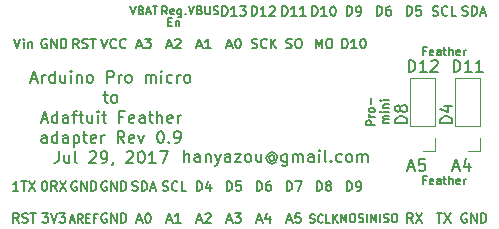
<source format=gbr>
G04 #@! TF.FileFunction,Legend,Top*
%FSLAX46Y46*%
G04 Gerber Fmt 4.6, Leading zero omitted, Abs format (unit mm)*
G04 Created by KiCad (PCBNEW 4.0.6) date 2017 July 29, Saturday 01:49:35*
%MOMM*%
%LPD*%
G01*
G04 APERTURE LIST*
%ADD10C,0.100000*%
%ADD11C,0.200000*%
%ADD12C,0.150000*%
%ADD13C,0.120000*%
G04 APERTURE END LIST*
D10*
D11*
X140574095Y-113228381D02*
X140574095Y-112228381D01*
X141002667Y-113228381D02*
X141002667Y-112704571D01*
X140955048Y-112609333D01*
X140859810Y-112561714D01*
X140716952Y-112561714D01*
X140621714Y-112609333D01*
X140574095Y-112656952D01*
X141907429Y-113228381D02*
X141907429Y-112704571D01*
X141859810Y-112609333D01*
X141764572Y-112561714D01*
X141574095Y-112561714D01*
X141478857Y-112609333D01*
X141907429Y-113180762D02*
X141812191Y-113228381D01*
X141574095Y-113228381D01*
X141478857Y-113180762D01*
X141431238Y-113085524D01*
X141431238Y-112990286D01*
X141478857Y-112895048D01*
X141574095Y-112847429D01*
X141812191Y-112847429D01*
X141907429Y-112799810D01*
X142383619Y-112561714D02*
X142383619Y-113228381D01*
X142383619Y-112656952D02*
X142431238Y-112609333D01*
X142526476Y-112561714D01*
X142669334Y-112561714D01*
X142764572Y-112609333D01*
X142812191Y-112704571D01*
X142812191Y-113228381D01*
X143193143Y-112561714D02*
X143431238Y-113228381D01*
X143669334Y-112561714D02*
X143431238Y-113228381D01*
X143336000Y-113466476D01*
X143288381Y-113514095D01*
X143193143Y-113561714D01*
X144478858Y-113228381D02*
X144478858Y-112704571D01*
X144431239Y-112609333D01*
X144336001Y-112561714D01*
X144145524Y-112561714D01*
X144050286Y-112609333D01*
X144478858Y-113180762D02*
X144383620Y-113228381D01*
X144145524Y-113228381D01*
X144050286Y-113180762D01*
X144002667Y-113085524D01*
X144002667Y-112990286D01*
X144050286Y-112895048D01*
X144145524Y-112847429D01*
X144383620Y-112847429D01*
X144478858Y-112799810D01*
X144859810Y-112561714D02*
X145383620Y-112561714D01*
X144859810Y-113228381D01*
X145383620Y-113228381D01*
X145907429Y-113228381D02*
X145812191Y-113180762D01*
X145764572Y-113133143D01*
X145716953Y-113037905D01*
X145716953Y-112752190D01*
X145764572Y-112656952D01*
X145812191Y-112609333D01*
X145907429Y-112561714D01*
X146050287Y-112561714D01*
X146145525Y-112609333D01*
X146193144Y-112656952D01*
X146240763Y-112752190D01*
X146240763Y-113037905D01*
X146193144Y-113133143D01*
X146145525Y-113180762D01*
X146050287Y-113228381D01*
X145907429Y-113228381D01*
X147097906Y-112561714D02*
X147097906Y-113228381D01*
X146669334Y-112561714D02*
X146669334Y-113085524D01*
X146716953Y-113180762D01*
X146812191Y-113228381D01*
X146955049Y-113228381D01*
X147050287Y-113180762D01*
X147097906Y-113133143D01*
X148193144Y-112752190D02*
X148145525Y-112704571D01*
X148050287Y-112656952D01*
X147955049Y-112656952D01*
X147859811Y-112704571D01*
X147812191Y-112752190D01*
X147764572Y-112847429D01*
X147764572Y-112942667D01*
X147812191Y-113037905D01*
X147859811Y-113085524D01*
X147955049Y-113133143D01*
X148050287Y-113133143D01*
X148145525Y-113085524D01*
X148193144Y-113037905D01*
X148193144Y-112656952D02*
X148193144Y-113037905D01*
X148240763Y-113085524D01*
X148288382Y-113085524D01*
X148383620Y-113037905D01*
X148431239Y-112942667D01*
X148431239Y-112704571D01*
X148336001Y-112561714D01*
X148193144Y-112466476D01*
X148002668Y-112418857D01*
X147812191Y-112466476D01*
X147669334Y-112561714D01*
X147574096Y-112704571D01*
X147526477Y-112895048D01*
X147574096Y-113085524D01*
X147669334Y-113228381D01*
X147812191Y-113323619D01*
X148002668Y-113371238D01*
X148193144Y-113323619D01*
X148336001Y-113228381D01*
X149288382Y-112561714D02*
X149288382Y-113371238D01*
X149240763Y-113466476D01*
X149193144Y-113514095D01*
X149097905Y-113561714D01*
X148955048Y-113561714D01*
X148859810Y-113514095D01*
X149288382Y-113180762D02*
X149193144Y-113228381D01*
X149002667Y-113228381D01*
X148907429Y-113180762D01*
X148859810Y-113133143D01*
X148812191Y-113037905D01*
X148812191Y-112752190D01*
X148859810Y-112656952D01*
X148907429Y-112609333D01*
X149002667Y-112561714D01*
X149193144Y-112561714D01*
X149288382Y-112609333D01*
X149764572Y-113228381D02*
X149764572Y-112561714D01*
X149764572Y-112656952D02*
X149812191Y-112609333D01*
X149907429Y-112561714D01*
X150050287Y-112561714D01*
X150145525Y-112609333D01*
X150193144Y-112704571D01*
X150193144Y-113228381D01*
X150193144Y-112704571D02*
X150240763Y-112609333D01*
X150336001Y-112561714D01*
X150478858Y-112561714D01*
X150574096Y-112609333D01*
X150621715Y-112704571D01*
X150621715Y-113228381D01*
X151526477Y-113228381D02*
X151526477Y-112704571D01*
X151478858Y-112609333D01*
X151383620Y-112561714D01*
X151193143Y-112561714D01*
X151097905Y-112609333D01*
X151526477Y-113180762D02*
X151431239Y-113228381D01*
X151193143Y-113228381D01*
X151097905Y-113180762D01*
X151050286Y-113085524D01*
X151050286Y-112990286D01*
X151097905Y-112895048D01*
X151193143Y-112847429D01*
X151431239Y-112847429D01*
X151526477Y-112799810D01*
X152002667Y-113228381D02*
X152002667Y-112561714D01*
X152002667Y-112228381D02*
X151955048Y-112276000D01*
X152002667Y-112323619D01*
X152050286Y-112276000D01*
X152002667Y-112228381D01*
X152002667Y-112323619D01*
X152621714Y-113228381D02*
X152526476Y-113180762D01*
X152478857Y-113085524D01*
X152478857Y-112228381D01*
X153002667Y-113133143D02*
X153050286Y-113180762D01*
X153002667Y-113228381D01*
X152955048Y-113180762D01*
X153002667Y-113133143D01*
X153002667Y-113228381D01*
X153907429Y-113180762D02*
X153812191Y-113228381D01*
X153621714Y-113228381D01*
X153526476Y-113180762D01*
X153478857Y-113133143D01*
X153431238Y-113037905D01*
X153431238Y-112752190D01*
X153478857Y-112656952D01*
X153526476Y-112609333D01*
X153621714Y-112561714D01*
X153812191Y-112561714D01*
X153907429Y-112609333D01*
X154478857Y-113228381D02*
X154383619Y-113180762D01*
X154336000Y-113133143D01*
X154288381Y-113037905D01*
X154288381Y-112752190D01*
X154336000Y-112656952D01*
X154383619Y-112609333D01*
X154478857Y-112561714D01*
X154621715Y-112561714D01*
X154716953Y-112609333D01*
X154764572Y-112656952D01*
X154812191Y-112752190D01*
X154812191Y-113037905D01*
X154764572Y-113133143D01*
X154716953Y-113180762D01*
X154621715Y-113228381D01*
X154478857Y-113228381D01*
X155240762Y-113228381D02*
X155240762Y-112561714D01*
X155240762Y-112656952D02*
X155288381Y-112609333D01*
X155383619Y-112561714D01*
X155526477Y-112561714D01*
X155621715Y-112609333D01*
X155669334Y-112704571D01*
X155669334Y-113228381D01*
X155669334Y-112704571D02*
X155716953Y-112609333D01*
X155812191Y-112561714D01*
X155955048Y-112561714D01*
X156050286Y-112609333D01*
X156097905Y-112704571D01*
X156097905Y-113228381D01*
X127651714Y-106240667D02*
X128127905Y-106240667D01*
X127556476Y-106526381D02*
X127889809Y-105526381D01*
X128223143Y-106526381D01*
X128556476Y-106526381D02*
X128556476Y-105859714D01*
X128556476Y-106050190D02*
X128604095Y-105954952D01*
X128651714Y-105907333D01*
X128746952Y-105859714D01*
X128842191Y-105859714D01*
X129604096Y-106526381D02*
X129604096Y-105526381D01*
X129604096Y-106478762D02*
X129508858Y-106526381D01*
X129318381Y-106526381D01*
X129223143Y-106478762D01*
X129175524Y-106431143D01*
X129127905Y-106335905D01*
X129127905Y-106050190D01*
X129175524Y-105954952D01*
X129223143Y-105907333D01*
X129318381Y-105859714D01*
X129508858Y-105859714D01*
X129604096Y-105907333D01*
X130508858Y-105859714D02*
X130508858Y-106526381D01*
X130080286Y-105859714D02*
X130080286Y-106383524D01*
X130127905Y-106478762D01*
X130223143Y-106526381D01*
X130366001Y-106526381D01*
X130461239Y-106478762D01*
X130508858Y-106431143D01*
X130985048Y-106526381D02*
X130985048Y-105859714D01*
X130985048Y-105526381D02*
X130937429Y-105574000D01*
X130985048Y-105621619D01*
X131032667Y-105574000D01*
X130985048Y-105526381D01*
X130985048Y-105621619D01*
X131461238Y-105859714D02*
X131461238Y-106526381D01*
X131461238Y-105954952D02*
X131508857Y-105907333D01*
X131604095Y-105859714D01*
X131746953Y-105859714D01*
X131842191Y-105907333D01*
X131889810Y-106002571D01*
X131889810Y-106526381D01*
X132508857Y-106526381D02*
X132413619Y-106478762D01*
X132366000Y-106431143D01*
X132318381Y-106335905D01*
X132318381Y-106050190D01*
X132366000Y-105954952D01*
X132413619Y-105907333D01*
X132508857Y-105859714D01*
X132651715Y-105859714D01*
X132746953Y-105907333D01*
X132794572Y-105954952D01*
X132842191Y-106050190D01*
X132842191Y-106335905D01*
X132794572Y-106431143D01*
X132746953Y-106478762D01*
X132651715Y-106526381D01*
X132508857Y-106526381D01*
X134032667Y-106526381D02*
X134032667Y-105526381D01*
X134413620Y-105526381D01*
X134508858Y-105574000D01*
X134556477Y-105621619D01*
X134604096Y-105716857D01*
X134604096Y-105859714D01*
X134556477Y-105954952D01*
X134508858Y-106002571D01*
X134413620Y-106050190D01*
X134032667Y-106050190D01*
X135032667Y-106526381D02*
X135032667Y-105859714D01*
X135032667Y-106050190D02*
X135080286Y-105954952D01*
X135127905Y-105907333D01*
X135223143Y-105859714D01*
X135318382Y-105859714D01*
X135794572Y-106526381D02*
X135699334Y-106478762D01*
X135651715Y-106431143D01*
X135604096Y-106335905D01*
X135604096Y-106050190D01*
X135651715Y-105954952D01*
X135699334Y-105907333D01*
X135794572Y-105859714D01*
X135937430Y-105859714D01*
X136032668Y-105907333D01*
X136080287Y-105954952D01*
X136127906Y-106050190D01*
X136127906Y-106335905D01*
X136080287Y-106431143D01*
X136032668Y-106478762D01*
X135937430Y-106526381D01*
X135794572Y-106526381D01*
X137318382Y-106526381D02*
X137318382Y-105859714D01*
X137318382Y-105954952D02*
X137366001Y-105907333D01*
X137461239Y-105859714D01*
X137604097Y-105859714D01*
X137699335Y-105907333D01*
X137746954Y-106002571D01*
X137746954Y-106526381D01*
X137746954Y-106002571D02*
X137794573Y-105907333D01*
X137889811Y-105859714D01*
X138032668Y-105859714D01*
X138127906Y-105907333D01*
X138175525Y-106002571D01*
X138175525Y-106526381D01*
X138651715Y-106526381D02*
X138651715Y-105859714D01*
X138651715Y-105526381D02*
X138604096Y-105574000D01*
X138651715Y-105621619D01*
X138699334Y-105574000D01*
X138651715Y-105526381D01*
X138651715Y-105621619D01*
X139556477Y-106478762D02*
X139461239Y-106526381D01*
X139270762Y-106526381D01*
X139175524Y-106478762D01*
X139127905Y-106431143D01*
X139080286Y-106335905D01*
X139080286Y-106050190D01*
X139127905Y-105954952D01*
X139175524Y-105907333D01*
X139270762Y-105859714D01*
X139461239Y-105859714D01*
X139556477Y-105907333D01*
X139985048Y-106526381D02*
X139985048Y-105859714D01*
X139985048Y-106050190D02*
X140032667Y-105954952D01*
X140080286Y-105907333D01*
X140175524Y-105859714D01*
X140270763Y-105859714D01*
X140746953Y-106526381D02*
X140651715Y-106478762D01*
X140604096Y-106431143D01*
X140556477Y-106335905D01*
X140556477Y-106050190D01*
X140604096Y-105954952D01*
X140651715Y-105907333D01*
X140746953Y-105859714D01*
X140889811Y-105859714D01*
X140985049Y-105907333D01*
X141032668Y-105954952D01*
X141080287Y-106050190D01*
X141080287Y-106335905D01*
X141032668Y-106431143D01*
X140985049Y-106478762D01*
X140889811Y-106526381D01*
X140746953Y-106526381D01*
X133723143Y-107559714D02*
X134104095Y-107559714D01*
X133866000Y-107226381D02*
X133866000Y-108083524D01*
X133913619Y-108178762D01*
X134008857Y-108226381D01*
X134104095Y-108226381D01*
X134580286Y-108226381D02*
X134485048Y-108178762D01*
X134437429Y-108131143D01*
X134389810Y-108035905D01*
X134389810Y-107750190D01*
X134437429Y-107654952D01*
X134485048Y-107607333D01*
X134580286Y-107559714D01*
X134723144Y-107559714D01*
X134818382Y-107607333D01*
X134866001Y-107654952D01*
X134913620Y-107750190D01*
X134913620Y-108035905D01*
X134866001Y-108131143D01*
X134818382Y-108178762D01*
X134723144Y-108226381D01*
X134580286Y-108226381D01*
X128508856Y-109640667D02*
X128985047Y-109640667D01*
X128413618Y-109926381D02*
X128746951Y-108926381D01*
X129080285Y-109926381D01*
X129842190Y-109926381D02*
X129842190Y-108926381D01*
X129842190Y-109878762D02*
X129746952Y-109926381D01*
X129556475Y-109926381D01*
X129461237Y-109878762D01*
X129413618Y-109831143D01*
X129365999Y-109735905D01*
X129365999Y-109450190D01*
X129413618Y-109354952D01*
X129461237Y-109307333D01*
X129556475Y-109259714D01*
X129746952Y-109259714D01*
X129842190Y-109307333D01*
X130746952Y-109926381D02*
X130746952Y-109402571D01*
X130699333Y-109307333D01*
X130604095Y-109259714D01*
X130413618Y-109259714D01*
X130318380Y-109307333D01*
X130746952Y-109878762D02*
X130651714Y-109926381D01*
X130413618Y-109926381D01*
X130318380Y-109878762D01*
X130270761Y-109783524D01*
X130270761Y-109688286D01*
X130318380Y-109593048D01*
X130413618Y-109545429D01*
X130651714Y-109545429D01*
X130746952Y-109497810D01*
X131080285Y-109259714D02*
X131461237Y-109259714D01*
X131223142Y-109926381D02*
X131223142Y-109069238D01*
X131270761Y-108974000D01*
X131365999Y-108926381D01*
X131461237Y-108926381D01*
X131651714Y-109259714D02*
X132032666Y-109259714D01*
X131794571Y-108926381D02*
X131794571Y-109783524D01*
X131842190Y-109878762D01*
X131937428Y-109926381D01*
X132032666Y-109926381D01*
X132794572Y-109259714D02*
X132794572Y-109926381D01*
X132366000Y-109259714D02*
X132366000Y-109783524D01*
X132413619Y-109878762D01*
X132508857Y-109926381D01*
X132651715Y-109926381D01*
X132746953Y-109878762D01*
X132794572Y-109831143D01*
X133270762Y-109926381D02*
X133270762Y-109259714D01*
X133270762Y-108926381D02*
X133223143Y-108974000D01*
X133270762Y-109021619D01*
X133318381Y-108974000D01*
X133270762Y-108926381D01*
X133270762Y-109021619D01*
X133604095Y-109259714D02*
X133985047Y-109259714D01*
X133746952Y-108926381D02*
X133746952Y-109783524D01*
X133794571Y-109878762D01*
X133889809Y-109926381D01*
X133985047Y-109926381D01*
X135413620Y-109402571D02*
X135080286Y-109402571D01*
X135080286Y-109926381D02*
X135080286Y-108926381D01*
X135556477Y-108926381D01*
X136318382Y-109878762D02*
X136223144Y-109926381D01*
X136032667Y-109926381D01*
X135937429Y-109878762D01*
X135889810Y-109783524D01*
X135889810Y-109402571D01*
X135937429Y-109307333D01*
X136032667Y-109259714D01*
X136223144Y-109259714D01*
X136318382Y-109307333D01*
X136366001Y-109402571D01*
X136366001Y-109497810D01*
X135889810Y-109593048D01*
X137223144Y-109926381D02*
X137223144Y-109402571D01*
X137175525Y-109307333D01*
X137080287Y-109259714D01*
X136889810Y-109259714D01*
X136794572Y-109307333D01*
X137223144Y-109878762D02*
X137127906Y-109926381D01*
X136889810Y-109926381D01*
X136794572Y-109878762D01*
X136746953Y-109783524D01*
X136746953Y-109688286D01*
X136794572Y-109593048D01*
X136889810Y-109545429D01*
X137127906Y-109545429D01*
X137223144Y-109497810D01*
X137556477Y-109259714D02*
X137937429Y-109259714D01*
X137699334Y-108926381D02*
X137699334Y-109783524D01*
X137746953Y-109878762D01*
X137842191Y-109926381D01*
X137937429Y-109926381D01*
X138270763Y-109926381D02*
X138270763Y-108926381D01*
X138699335Y-109926381D02*
X138699335Y-109402571D01*
X138651716Y-109307333D01*
X138556478Y-109259714D01*
X138413620Y-109259714D01*
X138318382Y-109307333D01*
X138270763Y-109354952D01*
X139556478Y-109878762D02*
X139461240Y-109926381D01*
X139270763Y-109926381D01*
X139175525Y-109878762D01*
X139127906Y-109783524D01*
X139127906Y-109402571D01*
X139175525Y-109307333D01*
X139270763Y-109259714D01*
X139461240Y-109259714D01*
X139556478Y-109307333D01*
X139604097Y-109402571D01*
X139604097Y-109497810D01*
X139127906Y-109593048D01*
X140032668Y-109926381D02*
X140032668Y-109259714D01*
X140032668Y-109450190D02*
X140080287Y-109354952D01*
X140127906Y-109307333D01*
X140223144Y-109259714D01*
X140318383Y-109259714D01*
X128937428Y-111626381D02*
X128937428Y-111102571D01*
X128889809Y-111007333D01*
X128794571Y-110959714D01*
X128604094Y-110959714D01*
X128508856Y-111007333D01*
X128937428Y-111578762D02*
X128842190Y-111626381D01*
X128604094Y-111626381D01*
X128508856Y-111578762D01*
X128461237Y-111483524D01*
X128461237Y-111388286D01*
X128508856Y-111293048D01*
X128604094Y-111245429D01*
X128842190Y-111245429D01*
X128937428Y-111197810D01*
X129842190Y-111626381D02*
X129842190Y-110626381D01*
X129842190Y-111578762D02*
X129746952Y-111626381D01*
X129556475Y-111626381D01*
X129461237Y-111578762D01*
X129413618Y-111531143D01*
X129365999Y-111435905D01*
X129365999Y-111150190D01*
X129413618Y-111054952D01*
X129461237Y-111007333D01*
X129556475Y-110959714D01*
X129746952Y-110959714D01*
X129842190Y-111007333D01*
X130746952Y-111626381D02*
X130746952Y-111102571D01*
X130699333Y-111007333D01*
X130604095Y-110959714D01*
X130413618Y-110959714D01*
X130318380Y-111007333D01*
X130746952Y-111578762D02*
X130651714Y-111626381D01*
X130413618Y-111626381D01*
X130318380Y-111578762D01*
X130270761Y-111483524D01*
X130270761Y-111388286D01*
X130318380Y-111293048D01*
X130413618Y-111245429D01*
X130651714Y-111245429D01*
X130746952Y-111197810D01*
X131223142Y-110959714D02*
X131223142Y-111959714D01*
X131223142Y-111007333D02*
X131318380Y-110959714D01*
X131508857Y-110959714D01*
X131604095Y-111007333D01*
X131651714Y-111054952D01*
X131699333Y-111150190D01*
X131699333Y-111435905D01*
X131651714Y-111531143D01*
X131604095Y-111578762D01*
X131508857Y-111626381D01*
X131318380Y-111626381D01*
X131223142Y-111578762D01*
X131985047Y-110959714D02*
X132365999Y-110959714D01*
X132127904Y-110626381D02*
X132127904Y-111483524D01*
X132175523Y-111578762D01*
X132270761Y-111626381D01*
X132365999Y-111626381D01*
X133080286Y-111578762D02*
X132985048Y-111626381D01*
X132794571Y-111626381D01*
X132699333Y-111578762D01*
X132651714Y-111483524D01*
X132651714Y-111102571D01*
X132699333Y-111007333D01*
X132794571Y-110959714D01*
X132985048Y-110959714D01*
X133080286Y-111007333D01*
X133127905Y-111102571D01*
X133127905Y-111197810D01*
X132651714Y-111293048D01*
X133556476Y-111626381D02*
X133556476Y-110959714D01*
X133556476Y-111150190D02*
X133604095Y-111054952D01*
X133651714Y-111007333D01*
X133746952Y-110959714D01*
X133842191Y-110959714D01*
X135508858Y-111626381D02*
X135175524Y-111150190D01*
X134937429Y-111626381D02*
X134937429Y-110626381D01*
X135318382Y-110626381D01*
X135413620Y-110674000D01*
X135461239Y-110721619D01*
X135508858Y-110816857D01*
X135508858Y-110959714D01*
X135461239Y-111054952D01*
X135413620Y-111102571D01*
X135318382Y-111150190D01*
X134937429Y-111150190D01*
X136318382Y-111578762D02*
X136223144Y-111626381D01*
X136032667Y-111626381D01*
X135937429Y-111578762D01*
X135889810Y-111483524D01*
X135889810Y-111102571D01*
X135937429Y-111007333D01*
X136032667Y-110959714D01*
X136223144Y-110959714D01*
X136318382Y-111007333D01*
X136366001Y-111102571D01*
X136366001Y-111197810D01*
X135889810Y-111293048D01*
X136699334Y-110959714D02*
X136937429Y-111626381D01*
X137175525Y-110959714D01*
X138508858Y-110626381D02*
X138604097Y-110626381D01*
X138699335Y-110674000D01*
X138746954Y-110721619D01*
X138794573Y-110816857D01*
X138842192Y-111007333D01*
X138842192Y-111245429D01*
X138794573Y-111435905D01*
X138746954Y-111531143D01*
X138699335Y-111578762D01*
X138604097Y-111626381D01*
X138508858Y-111626381D01*
X138413620Y-111578762D01*
X138366001Y-111531143D01*
X138318382Y-111435905D01*
X138270763Y-111245429D01*
X138270763Y-111007333D01*
X138318382Y-110816857D01*
X138366001Y-110721619D01*
X138413620Y-110674000D01*
X138508858Y-110626381D01*
X139270763Y-111531143D02*
X139318382Y-111578762D01*
X139270763Y-111626381D01*
X139223144Y-111578762D01*
X139270763Y-111531143D01*
X139270763Y-111626381D01*
X139794572Y-111626381D02*
X139985048Y-111626381D01*
X140080287Y-111578762D01*
X140127906Y-111531143D01*
X140223144Y-111388286D01*
X140270763Y-111197810D01*
X140270763Y-110816857D01*
X140223144Y-110721619D01*
X140175525Y-110674000D01*
X140080287Y-110626381D01*
X139889810Y-110626381D01*
X139794572Y-110674000D01*
X139746953Y-110721619D01*
X139699334Y-110816857D01*
X139699334Y-111054952D01*
X139746953Y-111150190D01*
X139794572Y-111197810D01*
X139889810Y-111245429D01*
X140080287Y-111245429D01*
X140175525Y-111197810D01*
X140223144Y-111150190D01*
X140270763Y-111054952D01*
X129937429Y-112326381D02*
X129937429Y-113040667D01*
X129889809Y-113183524D01*
X129794571Y-113278762D01*
X129651714Y-113326381D01*
X129556476Y-113326381D01*
X130842191Y-112659714D02*
X130842191Y-113326381D01*
X130413619Y-112659714D02*
X130413619Y-113183524D01*
X130461238Y-113278762D01*
X130556476Y-113326381D01*
X130699334Y-113326381D01*
X130794572Y-113278762D01*
X130842191Y-113231143D01*
X131461238Y-113326381D02*
X131366000Y-113278762D01*
X131318381Y-113183524D01*
X131318381Y-112326381D01*
X132556477Y-112421619D02*
X132604096Y-112374000D01*
X132699334Y-112326381D01*
X132937430Y-112326381D01*
X133032668Y-112374000D01*
X133080287Y-112421619D01*
X133127906Y-112516857D01*
X133127906Y-112612095D01*
X133080287Y-112754952D01*
X132508858Y-113326381D01*
X133127906Y-113326381D01*
X133604096Y-113326381D02*
X133794572Y-113326381D01*
X133889811Y-113278762D01*
X133937430Y-113231143D01*
X134032668Y-113088286D01*
X134080287Y-112897810D01*
X134080287Y-112516857D01*
X134032668Y-112421619D01*
X133985049Y-112374000D01*
X133889811Y-112326381D01*
X133699334Y-112326381D01*
X133604096Y-112374000D01*
X133556477Y-112421619D01*
X133508858Y-112516857D01*
X133508858Y-112754952D01*
X133556477Y-112850190D01*
X133604096Y-112897810D01*
X133699334Y-112945429D01*
X133889811Y-112945429D01*
X133985049Y-112897810D01*
X134032668Y-112850190D01*
X134080287Y-112754952D01*
X134556477Y-113278762D02*
X134556477Y-113326381D01*
X134508858Y-113421619D01*
X134461239Y-113469238D01*
X135699334Y-112421619D02*
X135746953Y-112374000D01*
X135842191Y-112326381D01*
X136080287Y-112326381D01*
X136175525Y-112374000D01*
X136223144Y-112421619D01*
X136270763Y-112516857D01*
X136270763Y-112612095D01*
X136223144Y-112754952D01*
X135651715Y-113326381D01*
X136270763Y-113326381D01*
X136889810Y-112326381D02*
X136985049Y-112326381D01*
X137080287Y-112374000D01*
X137127906Y-112421619D01*
X137175525Y-112516857D01*
X137223144Y-112707333D01*
X137223144Y-112945429D01*
X137175525Y-113135905D01*
X137127906Y-113231143D01*
X137080287Y-113278762D01*
X136985049Y-113326381D01*
X136889810Y-113326381D01*
X136794572Y-113278762D01*
X136746953Y-113231143D01*
X136699334Y-113135905D01*
X136651715Y-112945429D01*
X136651715Y-112707333D01*
X136699334Y-112516857D01*
X136746953Y-112421619D01*
X136794572Y-112374000D01*
X136889810Y-112326381D01*
X138175525Y-113326381D02*
X137604096Y-113326381D01*
X137889810Y-113326381D02*
X137889810Y-112326381D01*
X137794572Y-112469238D01*
X137699334Y-112564476D01*
X137604096Y-112612095D01*
X138508858Y-112326381D02*
X139175525Y-112326381D01*
X138746953Y-113326381D01*
D12*
X156688667Y-110115999D02*
X155988667Y-110115999D01*
X155988667Y-109849333D01*
X156022000Y-109782666D01*
X156055333Y-109749333D01*
X156122000Y-109715999D01*
X156222000Y-109715999D01*
X156288667Y-109749333D01*
X156322000Y-109782666D01*
X156355333Y-109849333D01*
X156355333Y-110115999D01*
X156688667Y-109415999D02*
X156222000Y-109415999D01*
X156355333Y-109415999D02*
X156288667Y-109382666D01*
X156255333Y-109349333D01*
X156222000Y-109282666D01*
X156222000Y-109215999D01*
X156688667Y-108882666D02*
X156655333Y-108949333D01*
X156622000Y-108982666D01*
X156555333Y-109016000D01*
X156355333Y-109016000D01*
X156288667Y-108982666D01*
X156255333Y-108949333D01*
X156222000Y-108882666D01*
X156222000Y-108782666D01*
X156255333Y-108716000D01*
X156288667Y-108682666D01*
X156355333Y-108649333D01*
X156555333Y-108649333D01*
X156622000Y-108682666D01*
X156655333Y-108716000D01*
X156688667Y-108782666D01*
X156688667Y-108882666D01*
X156422000Y-108349333D02*
X156422000Y-107816000D01*
X157888667Y-109915999D02*
X157422000Y-109915999D01*
X157488667Y-109915999D02*
X157455333Y-109882666D01*
X157422000Y-109815999D01*
X157422000Y-109715999D01*
X157455333Y-109649333D01*
X157522000Y-109615999D01*
X157888667Y-109615999D01*
X157522000Y-109615999D02*
X157455333Y-109582666D01*
X157422000Y-109515999D01*
X157422000Y-109415999D01*
X157455333Y-109349333D01*
X157522000Y-109315999D01*
X157888667Y-109315999D01*
X157888667Y-108982666D02*
X157422000Y-108982666D01*
X157188667Y-108982666D02*
X157222000Y-109016000D01*
X157255333Y-108982666D01*
X157222000Y-108949333D01*
X157188667Y-108982666D01*
X157255333Y-108982666D01*
X157422000Y-108649333D02*
X157888667Y-108649333D01*
X157488667Y-108649333D02*
X157455333Y-108616000D01*
X157422000Y-108549333D01*
X157422000Y-108449333D01*
X157455333Y-108382667D01*
X157522000Y-108349333D01*
X157888667Y-108349333D01*
X157888667Y-108016000D02*
X157422000Y-108016000D01*
X157188667Y-108016000D02*
X157222000Y-108049334D01*
X157255333Y-108016000D01*
X157222000Y-107982667D01*
X157188667Y-108016000D01*
X157255333Y-108016000D01*
X161010001Y-114758000D02*
X160776668Y-114758000D01*
X160776668Y-115124667D02*
X160776668Y-114424667D01*
X161110001Y-114424667D01*
X161643334Y-115091333D02*
X161576668Y-115124667D01*
X161443334Y-115124667D01*
X161376668Y-115091333D01*
X161343334Y-115024667D01*
X161343334Y-114758000D01*
X161376668Y-114691333D01*
X161443334Y-114658000D01*
X161576668Y-114658000D01*
X161643334Y-114691333D01*
X161676668Y-114758000D01*
X161676668Y-114824667D01*
X161343334Y-114891333D01*
X162276668Y-115124667D02*
X162276668Y-114758000D01*
X162243334Y-114691333D01*
X162176668Y-114658000D01*
X162043334Y-114658000D01*
X161976668Y-114691333D01*
X162276668Y-115091333D02*
X162210001Y-115124667D01*
X162043334Y-115124667D01*
X161976668Y-115091333D01*
X161943334Y-115024667D01*
X161943334Y-114958000D01*
X161976668Y-114891333D01*
X162043334Y-114858000D01*
X162210001Y-114858000D01*
X162276668Y-114824667D01*
X162510001Y-114658000D02*
X162776667Y-114658000D01*
X162610001Y-114424667D02*
X162610001Y-115024667D01*
X162643334Y-115091333D01*
X162710001Y-115124667D01*
X162776667Y-115124667D01*
X163010001Y-115124667D02*
X163010001Y-114424667D01*
X163310001Y-115124667D02*
X163310001Y-114758000D01*
X163276667Y-114691333D01*
X163210001Y-114658000D01*
X163110001Y-114658000D01*
X163043334Y-114691333D01*
X163010001Y-114724667D01*
X163910000Y-115091333D02*
X163843334Y-115124667D01*
X163710000Y-115124667D01*
X163643334Y-115091333D01*
X163610000Y-115024667D01*
X163610000Y-114758000D01*
X163643334Y-114691333D01*
X163710000Y-114658000D01*
X163843334Y-114658000D01*
X163910000Y-114691333D01*
X163943334Y-114758000D01*
X163943334Y-114824667D01*
X163610000Y-114891333D01*
X164243334Y-115124667D02*
X164243334Y-114658000D01*
X164243334Y-114791333D02*
X164276667Y-114724667D01*
X164310000Y-114691333D01*
X164376667Y-114658000D01*
X164443334Y-114658000D01*
X161010001Y-103836000D02*
X160776668Y-103836000D01*
X160776668Y-104202667D02*
X160776668Y-103502667D01*
X161110001Y-103502667D01*
X161643334Y-104169333D02*
X161576668Y-104202667D01*
X161443334Y-104202667D01*
X161376668Y-104169333D01*
X161343334Y-104102667D01*
X161343334Y-103836000D01*
X161376668Y-103769333D01*
X161443334Y-103736000D01*
X161576668Y-103736000D01*
X161643334Y-103769333D01*
X161676668Y-103836000D01*
X161676668Y-103902667D01*
X161343334Y-103969333D01*
X162276668Y-104202667D02*
X162276668Y-103836000D01*
X162243334Y-103769333D01*
X162176668Y-103736000D01*
X162043334Y-103736000D01*
X161976668Y-103769333D01*
X162276668Y-104169333D02*
X162210001Y-104202667D01*
X162043334Y-104202667D01*
X161976668Y-104169333D01*
X161943334Y-104102667D01*
X161943334Y-104036000D01*
X161976668Y-103969333D01*
X162043334Y-103936000D01*
X162210001Y-103936000D01*
X162276668Y-103902667D01*
X162510001Y-103736000D02*
X162776667Y-103736000D01*
X162610001Y-103502667D02*
X162610001Y-104102667D01*
X162643334Y-104169333D01*
X162710001Y-104202667D01*
X162776667Y-104202667D01*
X163010001Y-104202667D02*
X163010001Y-103502667D01*
X163310001Y-104202667D02*
X163310001Y-103836000D01*
X163276667Y-103769333D01*
X163210001Y-103736000D01*
X163110001Y-103736000D01*
X163043334Y-103769333D01*
X163010001Y-103802667D01*
X163910000Y-104169333D02*
X163843334Y-104202667D01*
X163710000Y-104202667D01*
X163643334Y-104169333D01*
X163610000Y-104102667D01*
X163610000Y-103836000D01*
X163643334Y-103769333D01*
X163710000Y-103736000D01*
X163843334Y-103736000D01*
X163910000Y-103769333D01*
X163943334Y-103836000D01*
X163943334Y-103902667D01*
X163610000Y-103969333D01*
X164243334Y-104202667D02*
X164243334Y-103736000D01*
X164243334Y-103869333D02*
X164276667Y-103802667D01*
X164310000Y-103769333D01*
X164376667Y-103736000D01*
X164443334Y-103736000D01*
D11*
X163266381Y-109958095D02*
X162266381Y-109958095D01*
X162266381Y-109720000D01*
X162314000Y-109577142D01*
X162409238Y-109481904D01*
X162504476Y-109434285D01*
X162694952Y-109386666D01*
X162837810Y-109386666D01*
X163028286Y-109434285D01*
X163123524Y-109481904D01*
X163218762Y-109577142D01*
X163266381Y-109720000D01*
X163266381Y-109958095D01*
X162599714Y-108529523D02*
X163266381Y-108529523D01*
X162218762Y-108767619D02*
X162933048Y-109005714D01*
X162933048Y-108386666D01*
X159456381Y-109958095D02*
X158456381Y-109958095D01*
X158456381Y-109720000D01*
X158504000Y-109577142D01*
X158599238Y-109481904D01*
X158694476Y-109434285D01*
X158884952Y-109386666D01*
X159027810Y-109386666D01*
X159218286Y-109434285D01*
X159313524Y-109481904D01*
X159408762Y-109577142D01*
X159456381Y-109720000D01*
X159456381Y-109958095D01*
X158884952Y-108815238D02*
X158837333Y-108910476D01*
X158789714Y-108958095D01*
X158694476Y-109005714D01*
X158646857Y-109005714D01*
X158551619Y-108958095D01*
X158504000Y-108910476D01*
X158456381Y-108815238D01*
X158456381Y-108624761D01*
X158504000Y-108529523D01*
X158551619Y-108481904D01*
X158646857Y-108434285D01*
X158694476Y-108434285D01*
X158789714Y-108481904D01*
X158837333Y-108529523D01*
X158884952Y-108624761D01*
X158884952Y-108815238D01*
X158932571Y-108910476D01*
X158980190Y-108958095D01*
X159075429Y-109005714D01*
X159265905Y-109005714D01*
X159361143Y-108958095D01*
X159408762Y-108910476D01*
X159456381Y-108815238D01*
X159456381Y-108624761D01*
X159408762Y-108529523D01*
X159361143Y-108481904D01*
X159265905Y-108434285D01*
X159075429Y-108434285D01*
X158980190Y-108481904D01*
X158932571Y-108529523D01*
X158884952Y-108624761D01*
X163369714Y-113704667D02*
X163845905Y-113704667D01*
X163274476Y-113990381D02*
X163607809Y-112990381D01*
X163941143Y-113990381D01*
X164703048Y-113323714D02*
X164703048Y-113990381D01*
X164464952Y-112942762D02*
X164226857Y-113657048D01*
X164845905Y-113657048D01*
X163377714Y-105608381D02*
X163377714Y-104608381D01*
X163615809Y-104608381D01*
X163758667Y-104656000D01*
X163853905Y-104751238D01*
X163901524Y-104846476D01*
X163949143Y-105036952D01*
X163949143Y-105179810D01*
X163901524Y-105370286D01*
X163853905Y-105465524D01*
X163758667Y-105560762D01*
X163615809Y-105608381D01*
X163377714Y-105608381D01*
X164901524Y-105608381D02*
X164330095Y-105608381D01*
X164615809Y-105608381D02*
X164615809Y-104608381D01*
X164520571Y-104751238D01*
X164425333Y-104846476D01*
X164330095Y-104894095D01*
X165853905Y-105608381D02*
X165282476Y-105608381D01*
X165568190Y-105608381D02*
X165568190Y-104608381D01*
X165472952Y-104751238D01*
X165377714Y-104846476D01*
X165282476Y-104894095D01*
X159567714Y-105608381D02*
X159567714Y-104608381D01*
X159805809Y-104608381D01*
X159948667Y-104656000D01*
X160043905Y-104751238D01*
X160091524Y-104846476D01*
X160139143Y-105036952D01*
X160139143Y-105179810D01*
X160091524Y-105370286D01*
X160043905Y-105465524D01*
X159948667Y-105560762D01*
X159805809Y-105608381D01*
X159567714Y-105608381D01*
X161091524Y-105608381D02*
X160520095Y-105608381D01*
X160805809Y-105608381D02*
X160805809Y-104608381D01*
X160710571Y-104751238D01*
X160615333Y-104846476D01*
X160520095Y-104894095D01*
X161472476Y-104703619D02*
X161520095Y-104656000D01*
X161615333Y-104608381D01*
X161853429Y-104608381D01*
X161948667Y-104656000D01*
X161996286Y-104703619D01*
X162043905Y-104798857D01*
X162043905Y-104894095D01*
X161996286Y-105036952D01*
X161424857Y-105608381D01*
X162043905Y-105608381D01*
X159559714Y-113704667D02*
X160035905Y-113704667D01*
X159464476Y-113990381D02*
X159797809Y-112990381D01*
X160131143Y-113990381D01*
X160940667Y-112990381D02*
X160464476Y-112990381D01*
X160416857Y-113466571D01*
X160464476Y-113418952D01*
X160559714Y-113371333D01*
X160797810Y-113371333D01*
X160893048Y-113418952D01*
X160940667Y-113466571D01*
X160988286Y-113561810D01*
X160988286Y-113799905D01*
X160940667Y-113895143D01*
X160893048Y-113942762D01*
X160797810Y-113990381D01*
X160559714Y-113990381D01*
X160464476Y-113942762D01*
X160416857Y-113895143D01*
D13*
X165652000Y-106160000D02*
X163532000Y-106160000D01*
X165652000Y-110220000D02*
X165652000Y-106160000D01*
X163532000Y-110220000D02*
X163532000Y-106160000D01*
X165652000Y-110220000D02*
X163532000Y-110220000D01*
X165652000Y-111220000D02*
X165652000Y-112280000D01*
X165652000Y-112280000D02*
X164592000Y-112280000D01*
X161842000Y-106160000D02*
X159722000Y-106160000D01*
X161842000Y-110220000D02*
X161842000Y-106160000D01*
X159722000Y-110220000D02*
X159722000Y-106160000D01*
X161842000Y-110220000D02*
X159722000Y-110220000D01*
X161842000Y-111220000D02*
X161842000Y-112280000D01*
X161842000Y-112280000D02*
X160782000Y-112280000D01*
D12*
X139133334Y-100748267D02*
X138900000Y-100414933D01*
X138733334Y-100748267D02*
X138733334Y-100048267D01*
X139000000Y-100048267D01*
X139066667Y-100081600D01*
X139100000Y-100114933D01*
X139133334Y-100181600D01*
X139133334Y-100281600D01*
X139100000Y-100348267D01*
X139066667Y-100381600D01*
X139000000Y-100414933D01*
X138733334Y-100414933D01*
X139700000Y-100714933D02*
X139633334Y-100748267D01*
X139500000Y-100748267D01*
X139433334Y-100714933D01*
X139400000Y-100648267D01*
X139400000Y-100381600D01*
X139433334Y-100314933D01*
X139500000Y-100281600D01*
X139633334Y-100281600D01*
X139700000Y-100314933D01*
X139733334Y-100381600D01*
X139733334Y-100448267D01*
X139400000Y-100514933D01*
X140333334Y-100281600D02*
X140333334Y-100848267D01*
X140300000Y-100914933D01*
X140266667Y-100948267D01*
X140200000Y-100981600D01*
X140100000Y-100981600D01*
X140033334Y-100948267D01*
X140333334Y-100714933D02*
X140266667Y-100748267D01*
X140133334Y-100748267D01*
X140066667Y-100714933D01*
X140033334Y-100681600D01*
X140000000Y-100614933D01*
X140000000Y-100414933D01*
X140033334Y-100348267D01*
X140066667Y-100314933D01*
X140133334Y-100281600D01*
X140266667Y-100281600D01*
X140333334Y-100314933D01*
X140666667Y-100681600D02*
X140700000Y-100714933D01*
X140666667Y-100748267D01*
X140633333Y-100714933D01*
X140666667Y-100681600D01*
X140666667Y-100748267D01*
X136010001Y-100048267D02*
X136243334Y-100748267D01*
X136476667Y-100048267D01*
X136943334Y-100381600D02*
X137043334Y-100414933D01*
X137076667Y-100448267D01*
X137110001Y-100514933D01*
X137110001Y-100614933D01*
X137076667Y-100681600D01*
X137043334Y-100714933D01*
X136976667Y-100748267D01*
X136710001Y-100748267D01*
X136710001Y-100048267D01*
X136943334Y-100048267D01*
X137010001Y-100081600D01*
X137043334Y-100114933D01*
X137076667Y-100181600D01*
X137076667Y-100248267D01*
X137043334Y-100314933D01*
X137010001Y-100348267D01*
X136943334Y-100381600D01*
X136710001Y-100381600D01*
X137376667Y-100548267D02*
X137710001Y-100548267D01*
X137310001Y-100748267D02*
X137543334Y-100048267D01*
X137776667Y-100748267D01*
X137910001Y-100048267D02*
X138310001Y-100048267D01*
X138110001Y-100748267D02*
X138110001Y-100048267D01*
X139233334Y-101397600D02*
X139466667Y-101397600D01*
X139566667Y-101764267D02*
X139233334Y-101764267D01*
X139233334Y-101064267D01*
X139566667Y-101064267D01*
X139866667Y-101297600D02*
X139866667Y-101764267D01*
X139866667Y-101364267D02*
X139900000Y-101330933D01*
X139966667Y-101297600D01*
X140066667Y-101297600D01*
X140133333Y-101330933D01*
X140166667Y-101397600D01*
X140166667Y-101764267D01*
X140956667Y-100048267D02*
X141190000Y-100748267D01*
X141423333Y-100048267D01*
X141890000Y-100381600D02*
X141990000Y-100414933D01*
X142023333Y-100448267D01*
X142056667Y-100514933D01*
X142056667Y-100614933D01*
X142023333Y-100681600D01*
X141990000Y-100714933D01*
X141923333Y-100748267D01*
X141656667Y-100748267D01*
X141656667Y-100048267D01*
X141890000Y-100048267D01*
X141956667Y-100081600D01*
X141990000Y-100114933D01*
X142023333Y-100181600D01*
X142023333Y-100248267D01*
X141990000Y-100314933D01*
X141956667Y-100348267D01*
X141890000Y-100381600D01*
X141656667Y-100381600D01*
X142356667Y-100048267D02*
X142356667Y-100614933D01*
X142390000Y-100681600D01*
X142423333Y-100714933D01*
X142490000Y-100748267D01*
X142623333Y-100748267D01*
X142690000Y-100714933D01*
X142723333Y-100681600D01*
X142756667Y-100614933D01*
X142756667Y-100048267D01*
X143056666Y-100714933D02*
X143156666Y-100748267D01*
X143323333Y-100748267D01*
X143390000Y-100714933D01*
X143423333Y-100681600D01*
X143456666Y-100614933D01*
X143456666Y-100548267D01*
X143423333Y-100481600D01*
X143390000Y-100448267D01*
X143323333Y-100414933D01*
X143190000Y-100381600D01*
X143123333Y-100348267D01*
X143090000Y-100314933D01*
X143056666Y-100248267D01*
X143056666Y-100181600D01*
X143090000Y-100114933D01*
X143123333Y-100081600D01*
X143190000Y-100048267D01*
X143356666Y-100048267D01*
X143456666Y-100081600D01*
X143808571Y-100844305D02*
X143808571Y-100044305D01*
X143999047Y-100044305D01*
X144113333Y-100082400D01*
X144189524Y-100158590D01*
X144227619Y-100234781D01*
X144265714Y-100387162D01*
X144265714Y-100501448D01*
X144227619Y-100653829D01*
X144189524Y-100730019D01*
X144113333Y-100806210D01*
X143999047Y-100844305D01*
X143808571Y-100844305D01*
X145027619Y-100844305D02*
X144570476Y-100844305D01*
X144799047Y-100844305D02*
X144799047Y-100044305D01*
X144722857Y-100158590D01*
X144646666Y-100234781D01*
X144570476Y-100272876D01*
X145294286Y-100044305D02*
X145789524Y-100044305D01*
X145522857Y-100349067D01*
X145637143Y-100349067D01*
X145713333Y-100387162D01*
X145751429Y-100425257D01*
X145789524Y-100501448D01*
X145789524Y-100691924D01*
X145751429Y-100768114D01*
X145713333Y-100806210D01*
X145637143Y-100844305D01*
X145408571Y-100844305D01*
X145332381Y-100806210D01*
X145294286Y-100768114D01*
X146297771Y-100844305D02*
X146297771Y-100044305D01*
X146488247Y-100044305D01*
X146602533Y-100082400D01*
X146678724Y-100158590D01*
X146716819Y-100234781D01*
X146754914Y-100387162D01*
X146754914Y-100501448D01*
X146716819Y-100653829D01*
X146678724Y-100730019D01*
X146602533Y-100806210D01*
X146488247Y-100844305D01*
X146297771Y-100844305D01*
X147516819Y-100844305D02*
X147059676Y-100844305D01*
X147288247Y-100844305D02*
X147288247Y-100044305D01*
X147212057Y-100158590D01*
X147135866Y-100234781D01*
X147059676Y-100272876D01*
X147821581Y-100120495D02*
X147859676Y-100082400D01*
X147935867Y-100044305D01*
X148126343Y-100044305D01*
X148202533Y-100082400D01*
X148240629Y-100120495D01*
X148278724Y-100196686D01*
X148278724Y-100272876D01*
X148240629Y-100387162D01*
X147783486Y-100844305D01*
X148278724Y-100844305D01*
X148888571Y-100844305D02*
X148888571Y-100044305D01*
X149079047Y-100044305D01*
X149193333Y-100082400D01*
X149269524Y-100158590D01*
X149307619Y-100234781D01*
X149345714Y-100387162D01*
X149345714Y-100501448D01*
X149307619Y-100653829D01*
X149269524Y-100730019D01*
X149193333Y-100806210D01*
X149079047Y-100844305D01*
X148888571Y-100844305D01*
X150107619Y-100844305D02*
X149650476Y-100844305D01*
X149879047Y-100844305D02*
X149879047Y-100044305D01*
X149802857Y-100158590D01*
X149726666Y-100234781D01*
X149650476Y-100272876D01*
X150869524Y-100844305D02*
X150412381Y-100844305D01*
X150640952Y-100844305D02*
X150640952Y-100044305D01*
X150564762Y-100158590D01*
X150488571Y-100234781D01*
X150412381Y-100272876D01*
X151428571Y-100844305D02*
X151428571Y-100044305D01*
X151619047Y-100044305D01*
X151733333Y-100082400D01*
X151809524Y-100158590D01*
X151847619Y-100234781D01*
X151885714Y-100387162D01*
X151885714Y-100501448D01*
X151847619Y-100653829D01*
X151809524Y-100730019D01*
X151733333Y-100806210D01*
X151619047Y-100844305D01*
X151428571Y-100844305D01*
X152647619Y-100844305D02*
X152190476Y-100844305D01*
X152419047Y-100844305D02*
X152419047Y-100044305D01*
X152342857Y-100158590D01*
X152266666Y-100234781D01*
X152190476Y-100272876D01*
X153142857Y-100044305D02*
X153219048Y-100044305D01*
X153295238Y-100082400D01*
X153333333Y-100120495D01*
X153371429Y-100196686D01*
X153409524Y-100349067D01*
X153409524Y-100539543D01*
X153371429Y-100691924D01*
X153333333Y-100768114D01*
X153295238Y-100806210D01*
X153219048Y-100844305D01*
X153142857Y-100844305D01*
X153066667Y-100806210D01*
X153028571Y-100768114D01*
X152990476Y-100691924D01*
X152952381Y-100539543D01*
X152952381Y-100349067D01*
X152990476Y-100196686D01*
X153028571Y-100120495D01*
X153066667Y-100082400D01*
X153142857Y-100044305D01*
X154349524Y-100844305D02*
X154349524Y-100044305D01*
X154540000Y-100044305D01*
X154654286Y-100082400D01*
X154730477Y-100158590D01*
X154768572Y-100234781D01*
X154806667Y-100387162D01*
X154806667Y-100501448D01*
X154768572Y-100653829D01*
X154730477Y-100730019D01*
X154654286Y-100806210D01*
X154540000Y-100844305D01*
X154349524Y-100844305D01*
X155187619Y-100844305D02*
X155340000Y-100844305D01*
X155416191Y-100806210D01*
X155454286Y-100768114D01*
X155530477Y-100653829D01*
X155568572Y-100501448D01*
X155568572Y-100196686D01*
X155530477Y-100120495D01*
X155492381Y-100082400D01*
X155416191Y-100044305D01*
X155263810Y-100044305D01*
X155187619Y-100082400D01*
X155149524Y-100120495D01*
X155111429Y-100196686D01*
X155111429Y-100387162D01*
X155149524Y-100463352D01*
X155187619Y-100501448D01*
X155263810Y-100539543D01*
X155416191Y-100539543D01*
X155492381Y-100501448D01*
X155530477Y-100463352D01*
X155568572Y-100387162D01*
X156889524Y-100844305D02*
X156889524Y-100044305D01*
X157080000Y-100044305D01*
X157194286Y-100082400D01*
X157270477Y-100158590D01*
X157308572Y-100234781D01*
X157346667Y-100387162D01*
X157346667Y-100501448D01*
X157308572Y-100653829D01*
X157270477Y-100730019D01*
X157194286Y-100806210D01*
X157080000Y-100844305D01*
X156889524Y-100844305D01*
X158032381Y-100044305D02*
X157880000Y-100044305D01*
X157803810Y-100082400D01*
X157765715Y-100120495D01*
X157689524Y-100234781D01*
X157651429Y-100387162D01*
X157651429Y-100691924D01*
X157689524Y-100768114D01*
X157727619Y-100806210D01*
X157803810Y-100844305D01*
X157956191Y-100844305D01*
X158032381Y-100806210D01*
X158070477Y-100768114D01*
X158108572Y-100691924D01*
X158108572Y-100501448D01*
X158070477Y-100425257D01*
X158032381Y-100387162D01*
X157956191Y-100349067D01*
X157803810Y-100349067D01*
X157727619Y-100387162D01*
X157689524Y-100425257D01*
X157651429Y-100501448D01*
X159429524Y-100844305D02*
X159429524Y-100044305D01*
X159620000Y-100044305D01*
X159734286Y-100082400D01*
X159810477Y-100158590D01*
X159848572Y-100234781D01*
X159886667Y-100387162D01*
X159886667Y-100501448D01*
X159848572Y-100653829D01*
X159810477Y-100730019D01*
X159734286Y-100806210D01*
X159620000Y-100844305D01*
X159429524Y-100844305D01*
X160610477Y-100044305D02*
X160229524Y-100044305D01*
X160191429Y-100425257D01*
X160229524Y-100387162D01*
X160305715Y-100349067D01*
X160496191Y-100349067D01*
X160572381Y-100387162D01*
X160610477Y-100425257D01*
X160648572Y-100501448D01*
X160648572Y-100691924D01*
X160610477Y-100768114D01*
X160572381Y-100806210D01*
X160496191Y-100844305D01*
X160305715Y-100844305D01*
X160229524Y-100806210D01*
X160191429Y-100768114D01*
X161607619Y-100806210D02*
X161721905Y-100844305D01*
X161912381Y-100844305D01*
X161988571Y-100806210D01*
X162026667Y-100768114D01*
X162064762Y-100691924D01*
X162064762Y-100615733D01*
X162026667Y-100539543D01*
X161988571Y-100501448D01*
X161912381Y-100463352D01*
X161760000Y-100425257D01*
X161683809Y-100387162D01*
X161645714Y-100349067D01*
X161607619Y-100272876D01*
X161607619Y-100196686D01*
X161645714Y-100120495D01*
X161683809Y-100082400D01*
X161760000Y-100044305D01*
X161950476Y-100044305D01*
X162064762Y-100082400D01*
X162864762Y-100768114D02*
X162826667Y-100806210D01*
X162712381Y-100844305D01*
X162636191Y-100844305D01*
X162521905Y-100806210D01*
X162445714Y-100730019D01*
X162407619Y-100653829D01*
X162369524Y-100501448D01*
X162369524Y-100387162D01*
X162407619Y-100234781D01*
X162445714Y-100158590D01*
X162521905Y-100082400D01*
X162636191Y-100044305D01*
X162712381Y-100044305D01*
X162826667Y-100082400D01*
X162864762Y-100120495D01*
X163588572Y-100844305D02*
X163207619Y-100844305D01*
X163207619Y-100044305D01*
X164128572Y-100806210D02*
X164242858Y-100844305D01*
X164433334Y-100844305D01*
X164509524Y-100806210D01*
X164547620Y-100768114D01*
X164585715Y-100691924D01*
X164585715Y-100615733D01*
X164547620Y-100539543D01*
X164509524Y-100501448D01*
X164433334Y-100463352D01*
X164280953Y-100425257D01*
X164204762Y-100387162D01*
X164166667Y-100349067D01*
X164128572Y-100272876D01*
X164128572Y-100196686D01*
X164166667Y-100120495D01*
X164204762Y-100082400D01*
X164280953Y-100044305D01*
X164471429Y-100044305D01*
X164585715Y-100082400D01*
X164928572Y-100844305D02*
X164928572Y-100044305D01*
X165119048Y-100044305D01*
X165233334Y-100082400D01*
X165309525Y-100158590D01*
X165347620Y-100234781D01*
X165385715Y-100387162D01*
X165385715Y-100501448D01*
X165347620Y-100653829D01*
X165309525Y-100730019D01*
X165233334Y-100806210D01*
X165119048Y-100844305D01*
X164928572Y-100844305D01*
X165690477Y-100615733D02*
X166071429Y-100615733D01*
X165614286Y-100844305D02*
X165880953Y-100044305D01*
X166147620Y-100844305D01*
X164490477Y-117608400D02*
X164414286Y-117570305D01*
X164300001Y-117570305D01*
X164185715Y-117608400D01*
X164109524Y-117684590D01*
X164071429Y-117760781D01*
X164033334Y-117913162D01*
X164033334Y-118027448D01*
X164071429Y-118179829D01*
X164109524Y-118256019D01*
X164185715Y-118332210D01*
X164300001Y-118370305D01*
X164376191Y-118370305D01*
X164490477Y-118332210D01*
X164528572Y-118294114D01*
X164528572Y-118027448D01*
X164376191Y-118027448D01*
X164871429Y-118370305D02*
X164871429Y-117570305D01*
X165328572Y-118370305D01*
X165328572Y-117570305D01*
X165709524Y-118370305D02*
X165709524Y-117570305D01*
X165900000Y-117570305D01*
X166014286Y-117608400D01*
X166090477Y-117684590D01*
X166128572Y-117760781D01*
X166166667Y-117913162D01*
X166166667Y-118027448D01*
X166128572Y-118179829D01*
X166090477Y-118256019D01*
X166014286Y-118332210D01*
X165900000Y-118370305D01*
X165709524Y-118370305D01*
X161950476Y-117570305D02*
X162407619Y-117570305D01*
X162179048Y-118370305D02*
X162179048Y-117570305D01*
X162598096Y-117570305D02*
X163131429Y-118370305D01*
X163131429Y-117570305D02*
X162598096Y-118370305D01*
X159937467Y-118370305D02*
X159670800Y-117989352D01*
X159480324Y-118370305D02*
X159480324Y-117570305D01*
X159785086Y-117570305D01*
X159861277Y-117608400D01*
X159899372Y-117646495D01*
X159937467Y-117722686D01*
X159937467Y-117836971D01*
X159899372Y-117913162D01*
X159861277Y-117951257D01*
X159785086Y-117989352D01*
X159480324Y-117989352D01*
X160204134Y-117570305D02*
X160737467Y-118370305D01*
X160737467Y-117570305D02*
X160204134Y-118370305D01*
X156380001Y-118325067D02*
X156380001Y-117625067D01*
X156613334Y-118125067D01*
X156846667Y-117625067D01*
X156846667Y-118325067D01*
X157180001Y-118325067D02*
X157180001Y-117625067D01*
X157480000Y-118291733D02*
X157580000Y-118325067D01*
X157746667Y-118325067D01*
X157813334Y-118291733D01*
X157846667Y-118258400D01*
X157880000Y-118191733D01*
X157880000Y-118125067D01*
X157846667Y-118058400D01*
X157813334Y-118025067D01*
X157746667Y-117991733D01*
X157613334Y-117958400D01*
X157546667Y-117925067D01*
X157513334Y-117891733D01*
X157480000Y-117825067D01*
X157480000Y-117758400D01*
X157513334Y-117691733D01*
X157546667Y-117658400D01*
X157613334Y-117625067D01*
X157780000Y-117625067D01*
X157880000Y-117658400D01*
X158313334Y-117625067D02*
X158446667Y-117625067D01*
X158513334Y-117658400D01*
X158580001Y-117725067D01*
X158613334Y-117858400D01*
X158613334Y-118091733D01*
X158580001Y-118225067D01*
X158513334Y-118291733D01*
X158446667Y-118325067D01*
X158313334Y-118325067D01*
X158246667Y-118291733D01*
X158180001Y-118225067D01*
X158146667Y-118091733D01*
X158146667Y-117858400D01*
X158180001Y-117725067D01*
X158246667Y-117658400D01*
X158313334Y-117625067D01*
X153840001Y-118325067D02*
X153840001Y-117625067D01*
X154073334Y-118125067D01*
X154306667Y-117625067D01*
X154306667Y-118325067D01*
X154773334Y-117625067D02*
X154906667Y-117625067D01*
X154973334Y-117658400D01*
X155040001Y-117725067D01*
X155073334Y-117858400D01*
X155073334Y-118091733D01*
X155040001Y-118225067D01*
X154973334Y-118291733D01*
X154906667Y-118325067D01*
X154773334Y-118325067D01*
X154706667Y-118291733D01*
X154640001Y-118225067D01*
X154606667Y-118091733D01*
X154606667Y-117858400D01*
X154640001Y-117725067D01*
X154706667Y-117658400D01*
X154773334Y-117625067D01*
X155340000Y-118291733D02*
X155440000Y-118325067D01*
X155606667Y-118325067D01*
X155673334Y-118291733D01*
X155706667Y-118258400D01*
X155740000Y-118191733D01*
X155740000Y-118125067D01*
X155706667Y-118058400D01*
X155673334Y-118025067D01*
X155606667Y-117991733D01*
X155473334Y-117958400D01*
X155406667Y-117925067D01*
X155373334Y-117891733D01*
X155340000Y-117825067D01*
X155340000Y-117758400D01*
X155373334Y-117691733D01*
X155406667Y-117658400D01*
X155473334Y-117625067D01*
X155640000Y-117625067D01*
X155740000Y-117658400D01*
X156040001Y-118325067D02*
X156040001Y-117625067D01*
X151216666Y-118342533D02*
X151316666Y-118375867D01*
X151483333Y-118375867D01*
X151550000Y-118342533D01*
X151583333Y-118309200D01*
X151616666Y-118242533D01*
X151616666Y-118175867D01*
X151583333Y-118109200D01*
X151550000Y-118075867D01*
X151483333Y-118042533D01*
X151350000Y-118009200D01*
X151283333Y-117975867D01*
X151250000Y-117942533D01*
X151216666Y-117875867D01*
X151216666Y-117809200D01*
X151250000Y-117742533D01*
X151283333Y-117709200D01*
X151350000Y-117675867D01*
X151516666Y-117675867D01*
X151616666Y-117709200D01*
X152316667Y-118309200D02*
X152283333Y-118342533D01*
X152183333Y-118375867D01*
X152116667Y-118375867D01*
X152016667Y-118342533D01*
X151950000Y-118275867D01*
X151916667Y-118209200D01*
X151883333Y-118075867D01*
X151883333Y-117975867D01*
X151916667Y-117842533D01*
X151950000Y-117775867D01*
X152016667Y-117709200D01*
X152116667Y-117675867D01*
X152183333Y-117675867D01*
X152283333Y-117709200D01*
X152316667Y-117742533D01*
X152950000Y-118375867D02*
X152616667Y-118375867D01*
X152616667Y-117675867D01*
X153183334Y-118375867D02*
X153183334Y-117675867D01*
X153583334Y-118375867D02*
X153283334Y-117975867D01*
X153583334Y-117675867D02*
X153183334Y-118075867D01*
X149288572Y-118141733D02*
X149669524Y-118141733D01*
X149212381Y-118370305D02*
X149479048Y-117570305D01*
X149745715Y-118370305D01*
X150393334Y-117570305D02*
X150012381Y-117570305D01*
X149974286Y-117951257D01*
X150012381Y-117913162D01*
X150088572Y-117875067D01*
X150279048Y-117875067D01*
X150355238Y-117913162D01*
X150393334Y-117951257D01*
X150431429Y-118027448D01*
X150431429Y-118217924D01*
X150393334Y-118294114D01*
X150355238Y-118332210D01*
X150279048Y-118370305D01*
X150088572Y-118370305D01*
X150012381Y-118332210D01*
X149974286Y-118294114D01*
X146748572Y-118141733D02*
X147129524Y-118141733D01*
X146672381Y-118370305D02*
X146939048Y-117570305D01*
X147205715Y-118370305D01*
X147815238Y-117836971D02*
X147815238Y-118370305D01*
X147624762Y-117532210D02*
X147434286Y-118103638D01*
X147929524Y-118103638D01*
X144208572Y-118141733D02*
X144589524Y-118141733D01*
X144132381Y-118370305D02*
X144399048Y-117570305D01*
X144665715Y-118370305D01*
X144856191Y-117570305D02*
X145351429Y-117570305D01*
X145084762Y-117875067D01*
X145199048Y-117875067D01*
X145275238Y-117913162D01*
X145313334Y-117951257D01*
X145351429Y-118027448D01*
X145351429Y-118217924D01*
X145313334Y-118294114D01*
X145275238Y-118332210D01*
X145199048Y-118370305D01*
X144970476Y-118370305D01*
X144894286Y-118332210D01*
X144856191Y-118294114D01*
X141668572Y-118141733D02*
X142049524Y-118141733D01*
X141592381Y-118370305D02*
X141859048Y-117570305D01*
X142125715Y-118370305D01*
X142354286Y-117646495D02*
X142392381Y-117608400D01*
X142468572Y-117570305D01*
X142659048Y-117570305D01*
X142735238Y-117608400D01*
X142773334Y-117646495D01*
X142811429Y-117722686D01*
X142811429Y-117798876D01*
X142773334Y-117913162D01*
X142316191Y-118370305D01*
X142811429Y-118370305D01*
X139128572Y-118141733D02*
X139509524Y-118141733D01*
X139052381Y-118370305D02*
X139319048Y-117570305D01*
X139585715Y-118370305D01*
X140271429Y-118370305D02*
X139814286Y-118370305D01*
X140042857Y-118370305D02*
X140042857Y-117570305D01*
X139966667Y-117684590D01*
X139890476Y-117760781D01*
X139814286Y-117798876D01*
X136588572Y-118141733D02*
X136969524Y-118141733D01*
X136512381Y-118370305D02*
X136779048Y-117570305D01*
X137045715Y-118370305D01*
X137464762Y-117570305D02*
X137540953Y-117570305D01*
X137617143Y-117608400D01*
X137655238Y-117646495D01*
X137693334Y-117722686D01*
X137731429Y-117875067D01*
X137731429Y-118065543D01*
X137693334Y-118217924D01*
X137655238Y-118294114D01*
X137617143Y-118332210D01*
X137540953Y-118370305D01*
X137464762Y-118370305D01*
X137388572Y-118332210D01*
X137350476Y-118294114D01*
X137312381Y-118217924D01*
X137274286Y-118065543D01*
X137274286Y-117875067D01*
X137312381Y-117722686D01*
X137350476Y-117646495D01*
X137388572Y-117608400D01*
X137464762Y-117570305D01*
X134010477Y-117608400D02*
X133934286Y-117570305D01*
X133820001Y-117570305D01*
X133705715Y-117608400D01*
X133629524Y-117684590D01*
X133591429Y-117760781D01*
X133553334Y-117913162D01*
X133553334Y-118027448D01*
X133591429Y-118179829D01*
X133629524Y-118256019D01*
X133705715Y-118332210D01*
X133820001Y-118370305D01*
X133896191Y-118370305D01*
X134010477Y-118332210D01*
X134048572Y-118294114D01*
X134048572Y-118027448D01*
X133896191Y-118027448D01*
X134391429Y-118370305D02*
X134391429Y-117570305D01*
X134848572Y-118370305D01*
X134848572Y-117570305D01*
X135229524Y-118370305D02*
X135229524Y-117570305D01*
X135420000Y-117570305D01*
X135534286Y-117608400D01*
X135610477Y-117684590D01*
X135648572Y-117760781D01*
X135686667Y-117913162D01*
X135686667Y-118027448D01*
X135648572Y-118179829D01*
X135610477Y-118256019D01*
X135534286Y-118332210D01*
X135420000Y-118370305D01*
X135229524Y-118370305D01*
X130946667Y-118175867D02*
X131280001Y-118175867D01*
X130880001Y-118375867D02*
X131113334Y-117675867D01*
X131346667Y-118375867D01*
X131980001Y-118375867D02*
X131746667Y-118042533D01*
X131580001Y-118375867D02*
X131580001Y-117675867D01*
X131846667Y-117675867D01*
X131913334Y-117709200D01*
X131946667Y-117742533D01*
X131980001Y-117809200D01*
X131980001Y-117909200D01*
X131946667Y-117975867D01*
X131913334Y-118009200D01*
X131846667Y-118042533D01*
X131580001Y-118042533D01*
X132280001Y-118009200D02*
X132513334Y-118009200D01*
X132613334Y-118375867D02*
X132280001Y-118375867D01*
X132280001Y-117675867D01*
X132613334Y-117675867D01*
X133146667Y-118009200D02*
X132913334Y-118009200D01*
X132913334Y-118375867D02*
X132913334Y-117675867D01*
X133246667Y-117675867D01*
X128549524Y-117570305D02*
X129044762Y-117570305D01*
X128778095Y-117875067D01*
X128892381Y-117875067D01*
X128968571Y-117913162D01*
X129006667Y-117951257D01*
X129044762Y-118027448D01*
X129044762Y-118217924D01*
X129006667Y-118294114D01*
X128968571Y-118332210D01*
X128892381Y-118370305D01*
X128663809Y-118370305D01*
X128587619Y-118332210D01*
X128549524Y-118294114D01*
X129273333Y-117570305D02*
X129540000Y-118370305D01*
X129806667Y-117570305D01*
X129997143Y-117570305D02*
X130492381Y-117570305D01*
X130225714Y-117875067D01*
X130340000Y-117875067D01*
X130416190Y-117913162D01*
X130454286Y-117951257D01*
X130492381Y-118027448D01*
X130492381Y-118217924D01*
X130454286Y-118294114D01*
X130416190Y-118332210D01*
X130340000Y-118370305D01*
X130111428Y-118370305D01*
X130035238Y-118332210D01*
X129997143Y-118294114D01*
X126561905Y-118370305D02*
X126295238Y-117989352D01*
X126104762Y-118370305D02*
X126104762Y-117570305D01*
X126409524Y-117570305D01*
X126485715Y-117608400D01*
X126523810Y-117646495D01*
X126561905Y-117722686D01*
X126561905Y-117836971D01*
X126523810Y-117913162D01*
X126485715Y-117951257D01*
X126409524Y-117989352D01*
X126104762Y-117989352D01*
X126866667Y-118332210D02*
X126980953Y-118370305D01*
X127171429Y-118370305D01*
X127247619Y-118332210D01*
X127285715Y-118294114D01*
X127323810Y-118217924D01*
X127323810Y-118141733D01*
X127285715Y-118065543D01*
X127247619Y-118027448D01*
X127171429Y-117989352D01*
X127019048Y-117951257D01*
X126942857Y-117913162D01*
X126904762Y-117875067D01*
X126866667Y-117798876D01*
X126866667Y-117722686D01*
X126904762Y-117646495D01*
X126942857Y-117608400D01*
X127019048Y-117570305D01*
X127209524Y-117570305D01*
X127323810Y-117608400D01*
X127552381Y-117570305D02*
X128009524Y-117570305D01*
X127780953Y-118370305D02*
X127780953Y-117570305D01*
D11*
X126180952Y-102812905D02*
X126447619Y-103612905D01*
X126714286Y-102812905D01*
X126980952Y-103612905D02*
X126980952Y-103079571D01*
X126980952Y-102812905D02*
X126942857Y-102851000D01*
X126980952Y-102889095D01*
X127019047Y-102851000D01*
X126980952Y-102812905D01*
X126980952Y-102889095D01*
X127361904Y-103079571D02*
X127361904Y-103612905D01*
X127361904Y-103155762D02*
X127399999Y-103117667D01*
X127476190Y-103079571D01*
X127590476Y-103079571D01*
X127666666Y-103117667D01*
X127704761Y-103193857D01*
X127704761Y-103612905D01*
X128930477Y-102851000D02*
X128854286Y-102812905D01*
X128740001Y-102812905D01*
X128625715Y-102851000D01*
X128549524Y-102927190D01*
X128511429Y-103003381D01*
X128473334Y-103155762D01*
X128473334Y-103270048D01*
X128511429Y-103422429D01*
X128549524Y-103498619D01*
X128625715Y-103574810D01*
X128740001Y-103612905D01*
X128816191Y-103612905D01*
X128930477Y-103574810D01*
X128968572Y-103536714D01*
X128968572Y-103270048D01*
X128816191Y-103270048D01*
X129311429Y-103612905D02*
X129311429Y-102812905D01*
X129768572Y-103612905D01*
X129768572Y-102812905D01*
X130149524Y-103612905D02*
X130149524Y-102812905D01*
X130340000Y-102812905D01*
X130454286Y-102851000D01*
X130530477Y-102927190D01*
X130568572Y-103003381D01*
X130606667Y-103155762D01*
X130606667Y-103270048D01*
X130568572Y-103422429D01*
X130530477Y-103498619D01*
X130454286Y-103574810D01*
X130340000Y-103612905D01*
X130149524Y-103612905D01*
X131641905Y-103612905D02*
X131375238Y-103231952D01*
X131184762Y-103612905D02*
X131184762Y-102812905D01*
X131489524Y-102812905D01*
X131565715Y-102851000D01*
X131603810Y-102889095D01*
X131641905Y-102965286D01*
X131641905Y-103079571D01*
X131603810Y-103155762D01*
X131565715Y-103193857D01*
X131489524Y-103231952D01*
X131184762Y-103231952D01*
X131946667Y-103574810D02*
X132060953Y-103612905D01*
X132251429Y-103612905D01*
X132327619Y-103574810D01*
X132365715Y-103536714D01*
X132403810Y-103460524D01*
X132403810Y-103384333D01*
X132365715Y-103308143D01*
X132327619Y-103270048D01*
X132251429Y-103231952D01*
X132099048Y-103193857D01*
X132022857Y-103155762D01*
X131984762Y-103117667D01*
X131946667Y-103041476D01*
X131946667Y-102965286D01*
X131984762Y-102889095D01*
X132022857Y-102851000D01*
X132099048Y-102812905D01*
X132289524Y-102812905D01*
X132403810Y-102851000D01*
X132632381Y-102812905D02*
X133089524Y-102812905D01*
X132860953Y-103612905D02*
X132860953Y-102812905D01*
X133553333Y-102812905D02*
X133820000Y-103612905D01*
X134086667Y-102812905D01*
X134810476Y-103536714D02*
X134772381Y-103574810D01*
X134658095Y-103612905D01*
X134581905Y-103612905D01*
X134467619Y-103574810D01*
X134391428Y-103498619D01*
X134353333Y-103422429D01*
X134315238Y-103270048D01*
X134315238Y-103155762D01*
X134353333Y-103003381D01*
X134391428Y-102927190D01*
X134467619Y-102851000D01*
X134581905Y-102812905D01*
X134658095Y-102812905D01*
X134772381Y-102851000D01*
X134810476Y-102889095D01*
X135610476Y-103536714D02*
X135572381Y-103574810D01*
X135458095Y-103612905D01*
X135381905Y-103612905D01*
X135267619Y-103574810D01*
X135191428Y-103498619D01*
X135153333Y-103422429D01*
X135115238Y-103270048D01*
X135115238Y-103155762D01*
X135153333Y-103003381D01*
X135191428Y-102927190D01*
X135267619Y-102851000D01*
X135381905Y-102812905D01*
X135458095Y-102812905D01*
X135572381Y-102851000D01*
X135610476Y-102889095D01*
X136588572Y-103384333D02*
X136969524Y-103384333D01*
X136512381Y-103612905D02*
X136779048Y-102812905D01*
X137045715Y-103612905D01*
X137236191Y-102812905D02*
X137731429Y-102812905D01*
X137464762Y-103117667D01*
X137579048Y-103117667D01*
X137655238Y-103155762D01*
X137693334Y-103193857D01*
X137731429Y-103270048D01*
X137731429Y-103460524D01*
X137693334Y-103536714D01*
X137655238Y-103574810D01*
X137579048Y-103612905D01*
X137350476Y-103612905D01*
X137274286Y-103574810D01*
X137236191Y-103536714D01*
X139128572Y-103384333D02*
X139509524Y-103384333D01*
X139052381Y-103612905D02*
X139319048Y-102812905D01*
X139585715Y-103612905D01*
X139814286Y-102889095D02*
X139852381Y-102851000D01*
X139928572Y-102812905D01*
X140119048Y-102812905D01*
X140195238Y-102851000D01*
X140233334Y-102889095D01*
X140271429Y-102965286D01*
X140271429Y-103041476D01*
X140233334Y-103155762D01*
X139776191Y-103612905D01*
X140271429Y-103612905D01*
X141668572Y-103384333D02*
X142049524Y-103384333D01*
X141592381Y-103612905D02*
X141859048Y-102812905D01*
X142125715Y-103612905D01*
X142811429Y-103612905D02*
X142354286Y-103612905D01*
X142582857Y-103612905D02*
X142582857Y-102812905D01*
X142506667Y-102927190D01*
X142430476Y-103003381D01*
X142354286Y-103041476D01*
X144208572Y-103384333D02*
X144589524Y-103384333D01*
X144132381Y-103612905D02*
X144399048Y-102812905D01*
X144665715Y-103612905D01*
X145084762Y-102812905D02*
X145160953Y-102812905D01*
X145237143Y-102851000D01*
X145275238Y-102889095D01*
X145313334Y-102965286D01*
X145351429Y-103117667D01*
X145351429Y-103308143D01*
X145313334Y-103460524D01*
X145275238Y-103536714D01*
X145237143Y-103574810D01*
X145160953Y-103612905D01*
X145084762Y-103612905D01*
X145008572Y-103574810D01*
X144970476Y-103536714D01*
X144932381Y-103460524D01*
X144894286Y-103308143D01*
X144894286Y-103117667D01*
X144932381Y-102965286D01*
X144970476Y-102889095D01*
X145008572Y-102851000D01*
X145084762Y-102812905D01*
X146291429Y-103574810D02*
X146405715Y-103612905D01*
X146596191Y-103612905D01*
X146672381Y-103574810D01*
X146710477Y-103536714D01*
X146748572Y-103460524D01*
X146748572Y-103384333D01*
X146710477Y-103308143D01*
X146672381Y-103270048D01*
X146596191Y-103231952D01*
X146443810Y-103193857D01*
X146367619Y-103155762D01*
X146329524Y-103117667D01*
X146291429Y-103041476D01*
X146291429Y-102965286D01*
X146329524Y-102889095D01*
X146367619Y-102851000D01*
X146443810Y-102812905D01*
X146634286Y-102812905D01*
X146748572Y-102851000D01*
X147548572Y-103536714D02*
X147510477Y-103574810D01*
X147396191Y-103612905D01*
X147320001Y-103612905D01*
X147205715Y-103574810D01*
X147129524Y-103498619D01*
X147091429Y-103422429D01*
X147053334Y-103270048D01*
X147053334Y-103155762D01*
X147091429Y-103003381D01*
X147129524Y-102927190D01*
X147205715Y-102851000D01*
X147320001Y-102812905D01*
X147396191Y-102812905D01*
X147510477Y-102851000D01*
X147548572Y-102889095D01*
X147891429Y-103612905D02*
X147891429Y-102812905D01*
X148348572Y-103612905D02*
X148005715Y-103155762D01*
X148348572Y-102812905D02*
X147891429Y-103270048D01*
X149212381Y-103574810D02*
X149326667Y-103612905D01*
X149517143Y-103612905D01*
X149593333Y-103574810D01*
X149631429Y-103536714D01*
X149669524Y-103460524D01*
X149669524Y-103384333D01*
X149631429Y-103308143D01*
X149593333Y-103270048D01*
X149517143Y-103231952D01*
X149364762Y-103193857D01*
X149288571Y-103155762D01*
X149250476Y-103117667D01*
X149212381Y-103041476D01*
X149212381Y-102965286D01*
X149250476Y-102889095D01*
X149288571Y-102851000D01*
X149364762Y-102812905D01*
X149555238Y-102812905D01*
X149669524Y-102851000D01*
X150164762Y-102812905D02*
X150317143Y-102812905D01*
X150393334Y-102851000D01*
X150469524Y-102927190D01*
X150507619Y-103079571D01*
X150507619Y-103346238D01*
X150469524Y-103498619D01*
X150393334Y-103574810D01*
X150317143Y-103612905D01*
X150164762Y-103612905D01*
X150088572Y-103574810D01*
X150012381Y-103498619D01*
X149974286Y-103346238D01*
X149974286Y-103079571D01*
X150012381Y-102927190D01*
X150088572Y-102851000D01*
X150164762Y-102812905D01*
X151714286Y-103612905D02*
X151714286Y-102812905D01*
X151980953Y-103384333D01*
X152247620Y-102812905D01*
X152247620Y-103612905D01*
X152780953Y-102812905D02*
X152933334Y-102812905D01*
X153009525Y-102851000D01*
X153085715Y-102927190D01*
X153123810Y-103079571D01*
X153123810Y-103346238D01*
X153085715Y-103498619D01*
X153009525Y-103574810D01*
X152933334Y-103612905D01*
X152780953Y-103612905D01*
X152704763Y-103574810D01*
X152628572Y-103498619D01*
X152590477Y-103346238D01*
X152590477Y-103079571D01*
X152628572Y-102927190D01*
X152704763Y-102851000D01*
X152780953Y-102812905D01*
X154349524Y-115677905D02*
X154349524Y-114877905D01*
X154540000Y-114877905D01*
X154654286Y-114916000D01*
X154730477Y-114992190D01*
X154768572Y-115068381D01*
X154806667Y-115220762D01*
X154806667Y-115335048D01*
X154768572Y-115487429D01*
X154730477Y-115563619D01*
X154654286Y-115639810D01*
X154540000Y-115677905D01*
X154349524Y-115677905D01*
X155187619Y-115677905D02*
X155340000Y-115677905D01*
X155416191Y-115639810D01*
X155454286Y-115601714D01*
X155530477Y-115487429D01*
X155568572Y-115335048D01*
X155568572Y-115030286D01*
X155530477Y-114954095D01*
X155492381Y-114916000D01*
X155416191Y-114877905D01*
X155263810Y-114877905D01*
X155187619Y-114916000D01*
X155149524Y-114954095D01*
X155111429Y-115030286D01*
X155111429Y-115220762D01*
X155149524Y-115296952D01*
X155187619Y-115335048D01*
X155263810Y-115373143D01*
X155416191Y-115373143D01*
X155492381Y-115335048D01*
X155530477Y-115296952D01*
X155568572Y-115220762D01*
X153968571Y-103612905D02*
X153968571Y-102812905D01*
X154159047Y-102812905D01*
X154273333Y-102851000D01*
X154349524Y-102927190D01*
X154387619Y-103003381D01*
X154425714Y-103155762D01*
X154425714Y-103270048D01*
X154387619Y-103422429D01*
X154349524Y-103498619D01*
X154273333Y-103574810D01*
X154159047Y-103612905D01*
X153968571Y-103612905D01*
X155187619Y-103612905D02*
X154730476Y-103612905D01*
X154959047Y-103612905D02*
X154959047Y-102812905D01*
X154882857Y-102927190D01*
X154806666Y-103003381D01*
X154730476Y-103041476D01*
X155682857Y-102812905D02*
X155759048Y-102812905D01*
X155835238Y-102851000D01*
X155873333Y-102889095D01*
X155911429Y-102965286D01*
X155949524Y-103117667D01*
X155949524Y-103308143D01*
X155911429Y-103460524D01*
X155873333Y-103536714D01*
X155835238Y-103574810D01*
X155759048Y-103612905D01*
X155682857Y-103612905D01*
X155606667Y-103574810D01*
X155568571Y-103536714D01*
X155530476Y-103460524D01*
X155492381Y-103308143D01*
X155492381Y-103117667D01*
X155530476Y-102965286D01*
X155568571Y-102889095D01*
X155606667Y-102851000D01*
X155682857Y-102812905D01*
X151809524Y-115677905D02*
X151809524Y-114877905D01*
X152000000Y-114877905D01*
X152114286Y-114916000D01*
X152190477Y-114992190D01*
X152228572Y-115068381D01*
X152266667Y-115220762D01*
X152266667Y-115335048D01*
X152228572Y-115487429D01*
X152190477Y-115563619D01*
X152114286Y-115639810D01*
X152000000Y-115677905D01*
X151809524Y-115677905D01*
X152723810Y-115220762D02*
X152647619Y-115182667D01*
X152609524Y-115144571D01*
X152571429Y-115068381D01*
X152571429Y-115030286D01*
X152609524Y-114954095D01*
X152647619Y-114916000D01*
X152723810Y-114877905D01*
X152876191Y-114877905D01*
X152952381Y-114916000D01*
X152990477Y-114954095D01*
X153028572Y-115030286D01*
X153028572Y-115068381D01*
X152990477Y-115144571D01*
X152952381Y-115182667D01*
X152876191Y-115220762D01*
X152723810Y-115220762D01*
X152647619Y-115258857D01*
X152609524Y-115296952D01*
X152571429Y-115373143D01*
X152571429Y-115525524D01*
X152609524Y-115601714D01*
X152647619Y-115639810D01*
X152723810Y-115677905D01*
X152876191Y-115677905D01*
X152952381Y-115639810D01*
X152990477Y-115601714D01*
X153028572Y-115525524D01*
X153028572Y-115373143D01*
X152990477Y-115296952D01*
X152952381Y-115258857D01*
X152876191Y-115220762D01*
X149269524Y-115677905D02*
X149269524Y-114877905D01*
X149460000Y-114877905D01*
X149574286Y-114916000D01*
X149650477Y-114992190D01*
X149688572Y-115068381D01*
X149726667Y-115220762D01*
X149726667Y-115335048D01*
X149688572Y-115487429D01*
X149650477Y-115563619D01*
X149574286Y-115639810D01*
X149460000Y-115677905D01*
X149269524Y-115677905D01*
X149993334Y-114877905D02*
X150526667Y-114877905D01*
X150183810Y-115677905D01*
X146729524Y-115677905D02*
X146729524Y-114877905D01*
X146920000Y-114877905D01*
X147034286Y-114916000D01*
X147110477Y-114992190D01*
X147148572Y-115068381D01*
X147186667Y-115220762D01*
X147186667Y-115335048D01*
X147148572Y-115487429D01*
X147110477Y-115563619D01*
X147034286Y-115639810D01*
X146920000Y-115677905D01*
X146729524Y-115677905D01*
X147872381Y-114877905D02*
X147720000Y-114877905D01*
X147643810Y-114916000D01*
X147605715Y-114954095D01*
X147529524Y-115068381D01*
X147491429Y-115220762D01*
X147491429Y-115525524D01*
X147529524Y-115601714D01*
X147567619Y-115639810D01*
X147643810Y-115677905D01*
X147796191Y-115677905D01*
X147872381Y-115639810D01*
X147910477Y-115601714D01*
X147948572Y-115525524D01*
X147948572Y-115335048D01*
X147910477Y-115258857D01*
X147872381Y-115220762D01*
X147796191Y-115182667D01*
X147643810Y-115182667D01*
X147567619Y-115220762D01*
X147529524Y-115258857D01*
X147491429Y-115335048D01*
X144189524Y-115677905D02*
X144189524Y-114877905D01*
X144380000Y-114877905D01*
X144494286Y-114916000D01*
X144570477Y-114992190D01*
X144608572Y-115068381D01*
X144646667Y-115220762D01*
X144646667Y-115335048D01*
X144608572Y-115487429D01*
X144570477Y-115563619D01*
X144494286Y-115639810D01*
X144380000Y-115677905D01*
X144189524Y-115677905D01*
X145370477Y-114877905D02*
X144989524Y-114877905D01*
X144951429Y-115258857D01*
X144989524Y-115220762D01*
X145065715Y-115182667D01*
X145256191Y-115182667D01*
X145332381Y-115220762D01*
X145370477Y-115258857D01*
X145408572Y-115335048D01*
X145408572Y-115525524D01*
X145370477Y-115601714D01*
X145332381Y-115639810D01*
X145256191Y-115677905D01*
X145065715Y-115677905D01*
X144989524Y-115639810D01*
X144951429Y-115601714D01*
X141649524Y-115677905D02*
X141649524Y-114877905D01*
X141840000Y-114877905D01*
X141954286Y-114916000D01*
X142030477Y-114992190D01*
X142068572Y-115068381D01*
X142106667Y-115220762D01*
X142106667Y-115335048D01*
X142068572Y-115487429D01*
X142030477Y-115563619D01*
X141954286Y-115639810D01*
X141840000Y-115677905D01*
X141649524Y-115677905D01*
X142792381Y-115144571D02*
X142792381Y-115677905D01*
X142601905Y-114839810D02*
X142411429Y-115411238D01*
X142906667Y-115411238D01*
X138747619Y-115639810D02*
X138861905Y-115677905D01*
X139052381Y-115677905D01*
X139128571Y-115639810D01*
X139166667Y-115601714D01*
X139204762Y-115525524D01*
X139204762Y-115449333D01*
X139166667Y-115373143D01*
X139128571Y-115335048D01*
X139052381Y-115296952D01*
X138900000Y-115258857D01*
X138823809Y-115220762D01*
X138785714Y-115182667D01*
X138747619Y-115106476D01*
X138747619Y-115030286D01*
X138785714Y-114954095D01*
X138823809Y-114916000D01*
X138900000Y-114877905D01*
X139090476Y-114877905D01*
X139204762Y-114916000D01*
X140004762Y-115601714D02*
X139966667Y-115639810D01*
X139852381Y-115677905D01*
X139776191Y-115677905D01*
X139661905Y-115639810D01*
X139585714Y-115563619D01*
X139547619Y-115487429D01*
X139509524Y-115335048D01*
X139509524Y-115220762D01*
X139547619Y-115068381D01*
X139585714Y-114992190D01*
X139661905Y-114916000D01*
X139776191Y-114877905D01*
X139852381Y-114877905D01*
X139966667Y-114916000D01*
X140004762Y-114954095D01*
X140728572Y-115677905D02*
X140347619Y-115677905D01*
X140347619Y-114877905D01*
X136188572Y-115639810D02*
X136302858Y-115677905D01*
X136493334Y-115677905D01*
X136569524Y-115639810D01*
X136607620Y-115601714D01*
X136645715Y-115525524D01*
X136645715Y-115449333D01*
X136607620Y-115373143D01*
X136569524Y-115335048D01*
X136493334Y-115296952D01*
X136340953Y-115258857D01*
X136264762Y-115220762D01*
X136226667Y-115182667D01*
X136188572Y-115106476D01*
X136188572Y-115030286D01*
X136226667Y-114954095D01*
X136264762Y-114916000D01*
X136340953Y-114877905D01*
X136531429Y-114877905D01*
X136645715Y-114916000D01*
X136988572Y-115677905D02*
X136988572Y-114877905D01*
X137179048Y-114877905D01*
X137293334Y-114916000D01*
X137369525Y-114992190D01*
X137407620Y-115068381D01*
X137445715Y-115220762D01*
X137445715Y-115335048D01*
X137407620Y-115487429D01*
X137369525Y-115563619D01*
X137293334Y-115639810D01*
X137179048Y-115677905D01*
X136988572Y-115677905D01*
X137750477Y-115449333D02*
X138131429Y-115449333D01*
X137674286Y-115677905D02*
X137940953Y-114877905D01*
X138207620Y-115677905D01*
X134010477Y-114916000D02*
X133934286Y-114877905D01*
X133820001Y-114877905D01*
X133705715Y-114916000D01*
X133629524Y-114992190D01*
X133591429Y-115068381D01*
X133553334Y-115220762D01*
X133553334Y-115335048D01*
X133591429Y-115487429D01*
X133629524Y-115563619D01*
X133705715Y-115639810D01*
X133820001Y-115677905D01*
X133896191Y-115677905D01*
X134010477Y-115639810D01*
X134048572Y-115601714D01*
X134048572Y-115335048D01*
X133896191Y-115335048D01*
X134391429Y-115677905D02*
X134391429Y-114877905D01*
X134848572Y-115677905D01*
X134848572Y-114877905D01*
X135229524Y-115677905D02*
X135229524Y-114877905D01*
X135420000Y-114877905D01*
X135534286Y-114916000D01*
X135610477Y-114992190D01*
X135648572Y-115068381D01*
X135686667Y-115220762D01*
X135686667Y-115335048D01*
X135648572Y-115487429D01*
X135610477Y-115563619D01*
X135534286Y-115639810D01*
X135420000Y-115677905D01*
X135229524Y-115677905D01*
X131470477Y-114916000D02*
X131394286Y-114877905D01*
X131280001Y-114877905D01*
X131165715Y-114916000D01*
X131089524Y-114992190D01*
X131051429Y-115068381D01*
X131013334Y-115220762D01*
X131013334Y-115335048D01*
X131051429Y-115487429D01*
X131089524Y-115563619D01*
X131165715Y-115639810D01*
X131280001Y-115677905D01*
X131356191Y-115677905D01*
X131470477Y-115639810D01*
X131508572Y-115601714D01*
X131508572Y-115335048D01*
X131356191Y-115335048D01*
X131851429Y-115677905D02*
X131851429Y-114877905D01*
X132308572Y-115677905D01*
X132308572Y-114877905D01*
X132689524Y-115677905D02*
X132689524Y-114877905D01*
X132880000Y-114877905D01*
X132994286Y-114916000D01*
X133070477Y-114992190D01*
X133108572Y-115068381D01*
X133146667Y-115220762D01*
X133146667Y-115335048D01*
X133108572Y-115487429D01*
X133070477Y-115563619D01*
X132994286Y-115639810D01*
X132880000Y-115677905D01*
X132689524Y-115677905D01*
X128720952Y-114877905D02*
X128797143Y-114877905D01*
X128873333Y-114916000D01*
X128911428Y-114954095D01*
X128949524Y-115030286D01*
X128987619Y-115182667D01*
X128987619Y-115373143D01*
X128949524Y-115525524D01*
X128911428Y-115601714D01*
X128873333Y-115639810D01*
X128797143Y-115677905D01*
X128720952Y-115677905D01*
X128644762Y-115639810D01*
X128606666Y-115601714D01*
X128568571Y-115525524D01*
X128530476Y-115373143D01*
X128530476Y-115182667D01*
X128568571Y-115030286D01*
X128606666Y-114954095D01*
X128644762Y-114916000D01*
X128720952Y-114877905D01*
X129787619Y-115677905D02*
X129520952Y-115296952D01*
X129330476Y-115677905D02*
X129330476Y-114877905D01*
X129635238Y-114877905D01*
X129711429Y-114916000D01*
X129749524Y-114954095D01*
X129787619Y-115030286D01*
X129787619Y-115144571D01*
X129749524Y-115220762D01*
X129711429Y-115258857D01*
X129635238Y-115296952D01*
X129330476Y-115296952D01*
X130054286Y-114877905D02*
X130587619Y-115677905D01*
X130587619Y-114877905D02*
X130054286Y-115677905D01*
X126542857Y-115677905D02*
X126085714Y-115677905D01*
X126314285Y-115677905D02*
X126314285Y-114877905D01*
X126238095Y-114992190D01*
X126161904Y-115068381D01*
X126085714Y-115106476D01*
X126771428Y-114877905D02*
X127228571Y-114877905D01*
X127000000Y-115677905D02*
X127000000Y-114877905D01*
X127419048Y-114877905D02*
X127952381Y-115677905D01*
X127952381Y-114877905D02*
X127419048Y-115677905D01*
M02*

</source>
